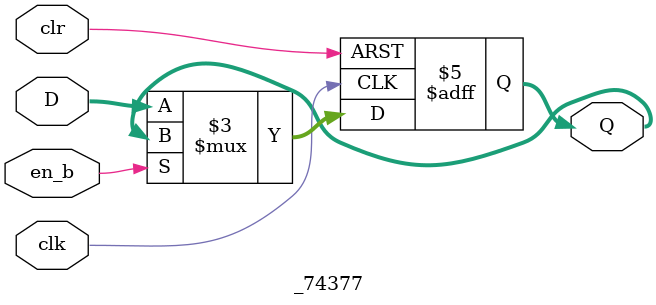
<source format=sv>
module _74377 (
    input logic clk,
    input logic clr,
    input logic en_b,
    input logic [3:0] D,
    output logic [3:0] Q);
    always_ff @ (posedge clk, posedge clr) //¸ù¾ÝÕæÖµ±í£¬clrÎª1¡¢clkÎªXÊ±Ö´ÐÐÇåÁã£¬¿ÉÒÔÅÐ¶ÏÊÇÒì²½ÇåÁã
        if (clr)  Q <= '0;
        else if (~en_b) Q <= D;
endmodule

</source>
